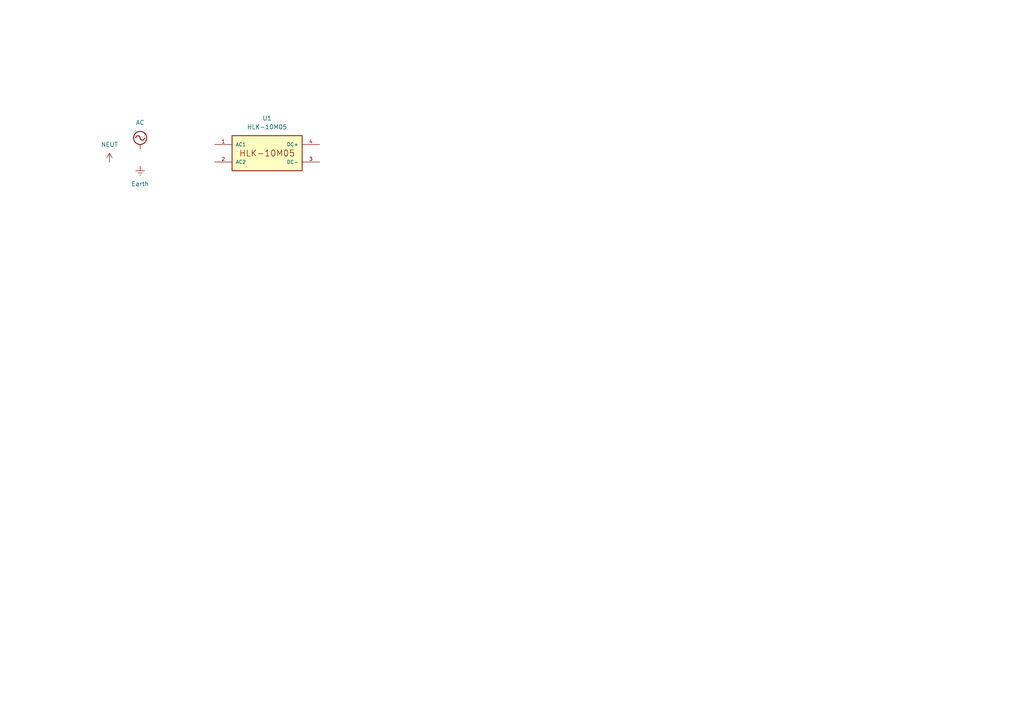
<source format=kicad_sch>
(kicad_sch
	(version 20231120)
	(generator "eeschema")
	(generator_version "8.0")
	(uuid "d3630345-3403-4e34-be15-0594ff80a69e")
	(paper "A4")
	(lib_symbols
		(symbol "HLK-10M05:HLK-10M05"
			(pin_names
				(offset 1.016)
			)
			(exclude_from_sim no)
			(in_bom yes)
			(on_board yes)
			(property "Reference" "U"
				(at -10.16 -7.62 0)
				(effects
					(font
						(size 1.27 1.27)
					)
					(justify left bottom)
				)
			)
			(property "Value" "HLK-10M05"
				(at 0 0 0)
				(effects
					(font
						(size 1.27 1.27)
					)
					(justify bottom)
				)
			)
			(property "Footprint" "HLK-10M05:HLK-10M05"
				(at 0 0 0)
				(effects
					(font
						(size 1.27 1.27)
					)
					(justify bottom)
					(hide yes)
				)
			)
			(property "Datasheet" ""
				(at 0 0 0)
				(effects
					(font
						(size 1.27 1.27)
					)
					(hide yes)
				)
			)
			(property "Description" ""
				(at 0 0 0)
				(effects
					(font
						(size 1.27 1.27)
					)
					(hide yes)
				)
			)
			(property "MF" "Hi-link"
				(at 0 0 0)
				(effects
					(font
						(size 1.27 1.27)
					)
					(justify bottom)
					(hide yes)
				)
			)
			(property "DESCRIPTION" ""
				(at 0 0 0)
				(effects
					(font
						(size 1.27 1.27)
					)
					(justify bottom)
					(hide yes)
				)
			)
			(property "PACKAGE" "Package Analog Devices"
				(at 0 0 0)
				(effects
					(font
						(size 1.27 1.27)
					)
					(justify bottom)
					(hide yes)
				)
			)
			(property "PRICE" "None"
				(at 0 0 0)
				(effects
					(font
						(size 1.27 1.27)
					)
					(justify bottom)
					(hide yes)
				)
			)
			(property "MP" "hlk-pm01"
				(at 0 0 0)
				(effects
					(font
						(size 1.27 1.27)
					)
					(justify bottom)
					(hide yes)
				)
			)
			(property "AVAILABILITY" "Unavailable"
				(at 0 0 0)
				(effects
					(font
						(size 1.27 1.27)
					)
					(justify bottom)
					(hide yes)
				)
			)
			(symbol "HLK-10M05_0_0"
				(rectangle
					(start -10.16 -5.08)
					(end 10.16 5.08)
					(stroke
						(width 0.254)
						(type default)
					)
					(fill
						(type background)
					)
				)
				(text "HLK-10M05"
					(at 0 0 0)
					(effects
						(font
							(size 1.778 1.778)
						)
					)
				)
				(pin power_in line
					(at -15.24 2.54 0)
					(length 5.08)
					(name "AC1"
						(effects
							(font
								(size 1.016 1.016)
							)
						)
					)
					(number "1"
						(effects
							(font
								(size 1.016 1.016)
							)
						)
					)
				)
				(pin power_in line
					(at -15.24 -2.54 0)
					(length 5.08)
					(name "AC2"
						(effects
							(font
								(size 1.016 1.016)
							)
						)
					)
					(number "2"
						(effects
							(font
								(size 1.016 1.016)
							)
						)
					)
				)
				(pin power_in line
					(at 15.24 -2.54 180)
					(length 5.08)
					(name "DC-"
						(effects
							(font
								(size 1.016 1.016)
							)
						)
					)
					(number "3"
						(effects
							(font
								(size 1.016 1.016)
							)
						)
					)
				)
				(pin power_in line
					(at 15.24 2.54 180)
					(length 5.08)
					(name "DC+"
						(effects
							(font
								(size 1.016 1.016)
							)
						)
					)
					(number "4"
						(effects
							(font
								(size 1.016 1.016)
							)
						)
					)
				)
			)
		)
		(symbol "power:AC"
			(power)
			(pin_numbers hide)
			(pin_names
				(offset 0) hide)
			(exclude_from_sim no)
			(in_bom yes)
			(on_board yes)
			(property "Reference" "#PWR"
				(at 0 -2.54 0)
				(effects
					(font
						(size 1.27 1.27)
					)
					(hide yes)
				)
			)
			(property "Value" "AC"
				(at 0 6.35 0)
				(effects
					(font
						(size 1.27 1.27)
					)
				)
			)
			(property "Footprint" ""
				(at 0 0 0)
				(effects
					(font
						(size 1.27 1.27)
					)
					(hide yes)
				)
			)
			(property "Datasheet" ""
				(at 0 0 0)
				(effects
					(font
						(size 1.27 1.27)
					)
					(hide yes)
				)
			)
			(property "Description" "Power symbol creates a global label with name \"AC\""
				(at 0 0 0)
				(effects
					(font
						(size 1.27 1.27)
					)
					(hide yes)
				)
			)
			(property "ki_keywords" "global power"
				(at 0 0 0)
				(effects
					(font
						(size 1.27 1.27)
					)
					(hide yes)
				)
			)
			(symbol "AC_0_1"
				(polyline
					(pts
						(xy 0 0) (xy 0 1.27)
					)
					(stroke
						(width 0)
						(type default)
					)
					(fill
						(type none)
					)
				)
				(arc
					(start 0 3.175)
					(mid -0.635 3.8073)
					(end -1.27 3.175)
					(stroke
						(width 0.254)
						(type default)
					)
					(fill
						(type none)
					)
				)
				(arc
					(start 0 3.175)
					(mid 0.635 2.5427)
					(end 1.27 3.175)
					(stroke
						(width 0.254)
						(type default)
					)
					(fill
						(type none)
					)
				)
				(circle
					(center 0 3.175)
					(radius 1.905)
					(stroke
						(width 0.254)
						(type default)
					)
					(fill
						(type none)
					)
				)
			)
			(symbol "AC_1_1"
				(pin power_in line
					(at 0 0 90)
					(length 0)
					(name "~"
						(effects
							(font
								(size 1.27 1.27)
							)
						)
					)
					(number "1"
						(effects
							(font
								(size 1.27 1.27)
							)
						)
					)
				)
			)
		)
		(symbol "power:Earth"
			(power)
			(pin_numbers hide)
			(pin_names
				(offset 0) hide)
			(exclude_from_sim no)
			(in_bom yes)
			(on_board yes)
			(property "Reference" "#PWR"
				(at 0 -6.35 0)
				(effects
					(font
						(size 1.27 1.27)
					)
					(hide yes)
				)
			)
			(property "Value" "Earth"
				(at 0 -3.81 0)
				(effects
					(font
						(size 1.27 1.27)
					)
				)
			)
			(property "Footprint" ""
				(at 0 0 0)
				(effects
					(font
						(size 1.27 1.27)
					)
					(hide yes)
				)
			)
			(property "Datasheet" "~"
				(at 0 0 0)
				(effects
					(font
						(size 1.27 1.27)
					)
					(hide yes)
				)
			)
			(property "Description" "Power symbol creates a global label with name \"Earth\""
				(at 0 0 0)
				(effects
					(font
						(size 1.27 1.27)
					)
					(hide yes)
				)
			)
			(property "ki_keywords" "global ground gnd"
				(at 0 0 0)
				(effects
					(font
						(size 1.27 1.27)
					)
					(hide yes)
				)
			)
			(symbol "Earth_0_1"
				(polyline
					(pts
						(xy -0.635 -1.905) (xy 0.635 -1.905)
					)
					(stroke
						(width 0)
						(type default)
					)
					(fill
						(type none)
					)
				)
				(polyline
					(pts
						(xy -0.127 -2.54) (xy 0.127 -2.54)
					)
					(stroke
						(width 0)
						(type default)
					)
					(fill
						(type none)
					)
				)
				(polyline
					(pts
						(xy 0 -1.27) (xy 0 0)
					)
					(stroke
						(width 0)
						(type default)
					)
					(fill
						(type none)
					)
				)
				(polyline
					(pts
						(xy 1.27 -1.27) (xy -1.27 -1.27)
					)
					(stroke
						(width 0)
						(type default)
					)
					(fill
						(type none)
					)
				)
			)
			(symbol "Earth_1_1"
				(pin power_in line
					(at 0 0 270)
					(length 0)
					(name "~"
						(effects
							(font
								(size 1.27 1.27)
							)
						)
					)
					(number "1"
						(effects
							(font
								(size 1.27 1.27)
							)
						)
					)
				)
			)
		)
		(symbol "power:NEUT"
			(power)
			(pin_numbers hide)
			(pin_names
				(offset 0) hide)
			(exclude_from_sim no)
			(in_bom yes)
			(on_board yes)
			(property "Reference" "#PWR"
				(at 0 -3.81 0)
				(effects
					(font
						(size 1.27 1.27)
					)
					(hide yes)
				)
			)
			(property "Value" "NEUT"
				(at 0 3.556 0)
				(effects
					(font
						(size 1.27 1.27)
					)
				)
			)
			(property "Footprint" ""
				(at 0 0 0)
				(effects
					(font
						(size 1.27 1.27)
					)
					(hide yes)
				)
			)
			(property "Datasheet" ""
				(at 0 0 0)
				(effects
					(font
						(size 1.27 1.27)
					)
					(hide yes)
				)
			)
			(property "Description" "Power symbol creates a global label with name \"NEUT\""
				(at 0 0 0)
				(effects
					(font
						(size 1.27 1.27)
					)
					(hide yes)
				)
			)
			(property "ki_keywords" "global power"
				(at 0 0 0)
				(effects
					(font
						(size 1.27 1.27)
					)
					(hide yes)
				)
			)
			(symbol "NEUT_0_1"
				(polyline
					(pts
						(xy -0.762 1.27) (xy 0 2.54)
					)
					(stroke
						(width 0)
						(type default)
					)
					(fill
						(type none)
					)
				)
				(polyline
					(pts
						(xy 0 0) (xy 0 2.54)
					)
					(stroke
						(width 0)
						(type default)
					)
					(fill
						(type none)
					)
				)
				(polyline
					(pts
						(xy 0 2.54) (xy 0.762 1.27)
					)
					(stroke
						(width 0)
						(type default)
					)
					(fill
						(type none)
					)
				)
			)
			(symbol "NEUT_1_1"
				(pin power_in line
					(at 0 0 90)
					(length 0)
					(name "~"
						(effects
							(font
								(size 1.27 1.27)
							)
						)
					)
					(number "1"
						(effects
							(font
								(size 1.27 1.27)
							)
						)
					)
				)
			)
		)
	)
	(symbol
		(lib_id "power:NEUT")
		(at 31.75 46.99 0)
		(unit 1)
		(exclude_from_sim no)
		(in_bom yes)
		(on_board yes)
		(dnp no)
		(fields_autoplaced yes)
		(uuid "0ea29089-1805-4073-8f1b-b574a6dc7df7")
		(property "Reference" "#PWR03"
			(at 31.75 50.8 0)
			(effects
				(font
					(size 1.27 1.27)
				)
				(hide yes)
			)
		)
		(property "Value" "NEUT"
			(at 31.75 41.91 0)
			(effects
				(font
					(size 1.27 1.27)
				)
			)
		)
		(property "Footprint" ""
			(at 31.75 46.99 0)
			(effects
				(font
					(size 1.27 1.27)
				)
				(hide yes)
			)
		)
		(property "Datasheet" ""
			(at 31.75 46.99 0)
			(effects
				(font
					(size 1.27 1.27)
				)
				(hide yes)
			)
		)
		(property "Description" "Power symbol creates a global label with name \"NEUT\""
			(at 31.75 46.99 0)
			(effects
				(font
					(size 1.27 1.27)
				)
				(hide yes)
			)
		)
		(pin "1"
			(uuid "4b9019b3-7fa8-4d39-b014-ab93d6962553")
		)
		(instances
			(project "THEIoTHAParts"
				(path "/d3630345-3403-4e34-be15-0594ff80a69e"
					(reference "#PWR03")
					(unit 1)
				)
			)
		)
	)
	(symbol
		(lib_id "HLK-10M05:HLK-10M05")
		(at 77.47 44.45 0)
		(unit 1)
		(exclude_from_sim no)
		(in_bom yes)
		(on_board yes)
		(dnp no)
		(fields_autoplaced yes)
		(uuid "59c1b270-6a84-498f-8dc5-2f5796c4af4a")
		(property "Reference" "U1"
			(at 77.47 34.29 0)
			(effects
				(font
					(size 1.27 1.27)
				)
			)
		)
		(property "Value" "HLK-10M05"
			(at 77.47 36.83 0)
			(effects
				(font
					(size 1.27 1.27)
				)
			)
		)
		(property "Footprint" "HLK-10M05:HLK-10M05"
			(at 77.47 44.45 0)
			(effects
				(font
					(size 1.27 1.27)
				)
				(justify bottom)
				(hide yes)
			)
		)
		(property "Datasheet" ""
			(at 77.47 44.45 0)
			(effects
				(font
					(size 1.27 1.27)
				)
				(hide yes)
			)
		)
		(property "Description" ""
			(at 77.47 44.45 0)
			(effects
				(font
					(size 1.27 1.27)
				)
				(hide yes)
			)
		)
		(property "MF" "Hi-link"
			(at 77.47 44.45 0)
			(effects
				(font
					(size 1.27 1.27)
				)
				(justify bottom)
				(hide yes)
			)
		)
		(property "DESCRIPTION" ""
			(at 77.47 44.45 0)
			(effects
				(font
					(size 1.27 1.27)
				)
				(justify bottom)
				(hide yes)
			)
		)
		(property "PACKAGE" "Package Analog Devices"
			(at 77.47 44.45 0)
			(effects
				(font
					(size 1.27 1.27)
				)
				(justify bottom)
				(hide yes)
			)
		)
		(property "PRICE" "None"
			(at 77.47 44.45 0)
			(effects
				(font
					(size 1.27 1.27)
				)
				(justify bottom)
				(hide yes)
			)
		)
		(property "MP" "hlk-pm01"
			(at 77.47 44.45 0)
			(effects
				(font
					(size 1.27 1.27)
				)
				(justify bottom)
				(hide yes)
			)
		)
		(property "AVAILABILITY" "Unavailable"
			(at 77.47 44.45 0)
			(effects
				(font
					(size 1.27 1.27)
				)
				(justify bottom)
				(hide yes)
			)
		)
		(pin "1"
			(uuid "bd1b3a5a-05b9-4437-8cc3-b5c93b35e208")
		)
		(pin "2"
			(uuid "444361a0-d791-49be-bd68-0ca10a2de2ce")
		)
		(pin "4"
			(uuid "779ad174-83fc-4beb-abcf-2f37a2dce310")
		)
		(pin "3"
			(uuid "6b232a4c-a909-4d2b-bd83-1bb5163bb228")
		)
		(instances
			(project "THEIoTHAParts"
				(path "/d3630345-3403-4e34-be15-0594ff80a69e"
					(reference "U1")
					(unit 1)
				)
			)
		)
	)
	(symbol
		(lib_id "power:AC")
		(at 40.64 43.18 0)
		(unit 1)
		(exclude_from_sim no)
		(in_bom yes)
		(on_board yes)
		(dnp no)
		(fields_autoplaced yes)
		(uuid "9e6f3de7-b5fe-4a89-a091-62d32d8f5aae")
		(property "Reference" "#PWR01"
			(at 40.64 45.72 0)
			(effects
				(font
					(size 1.27 1.27)
				)
				(hide yes)
			)
		)
		(property "Value" "AC"
			(at 40.64 35.56 0)
			(effects
				(font
					(size 1.27 1.27)
				)
			)
		)
		(property "Footprint" ""
			(at 40.64 43.18 0)
			(effects
				(font
					(size 1.27 1.27)
				)
				(hide yes)
			)
		)
		(property "Datasheet" ""
			(at 40.64 43.18 0)
			(effects
				(font
					(size 1.27 1.27)
				)
				(hide yes)
			)
		)
		(property "Description" "Power symbol creates a global label with name \"AC\""
			(at 40.64 43.18 0)
			(effects
				(font
					(size 1.27 1.27)
				)
				(hide yes)
			)
		)
		(pin "1"
			(uuid "0cfb1070-0e1c-46c6-82a4-c16bf2784fa9")
		)
		(instances
			(project "THEIoTHAParts"
				(path "/d3630345-3403-4e34-be15-0594ff80a69e"
					(reference "#PWR01")
					(unit 1)
				)
			)
		)
	)
	(symbol
		(lib_id "power:Earth")
		(at 40.64 48.26 0)
		(unit 1)
		(exclude_from_sim no)
		(in_bom yes)
		(on_board yes)
		(dnp no)
		(fields_autoplaced yes)
		(uuid "a43edee4-36cf-4195-a911-3861641c0ae4")
		(property "Reference" "#PWR02"
			(at 40.64 54.61 0)
			(effects
				(font
					(size 1.27 1.27)
				)
				(hide yes)
			)
		)
		(property "Value" "Earth"
			(at 40.64 53.34 0)
			(effects
				(font
					(size 1.27 1.27)
				)
			)
		)
		(property "Footprint" ""
			(at 40.64 48.26 0)
			(effects
				(font
					(size 1.27 1.27)
				)
				(hide yes)
			)
		)
		(property "Datasheet" "~"
			(at 40.64 48.26 0)
			(effects
				(font
					(size 1.27 1.27)
				)
				(hide yes)
			)
		)
		(property "Description" "Power symbol creates a global label with name \"Earth\""
			(at 40.64 48.26 0)
			(effects
				(font
					(size 1.27 1.27)
				)
				(hide yes)
			)
		)
		(pin "1"
			(uuid "96df1828-6593-4ebf-a034-3f1415105371")
		)
		(instances
			(project "THEIoTHAParts"
				(path "/d3630345-3403-4e34-be15-0594ff80a69e"
					(reference "#PWR02")
					(unit 1)
				)
			)
		)
	)
	(sheet_instances
		(path "/"
			(page "1")
		)
	)
)
</source>
